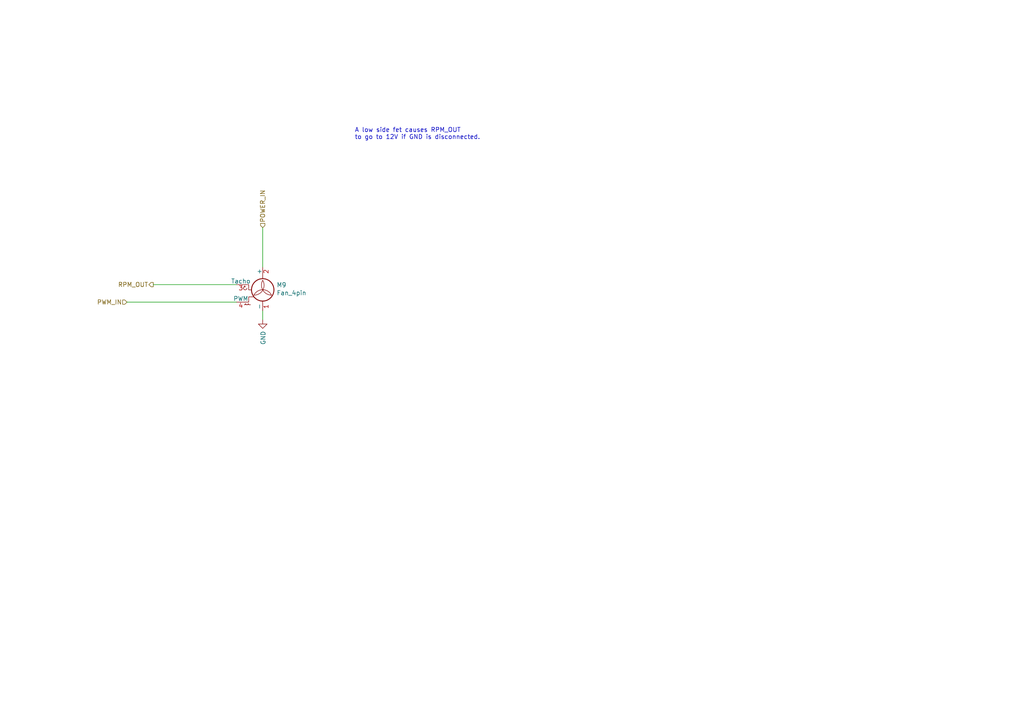
<source format=kicad_sch>
(kicad_sch (version 20211123) (generator eeschema)
  (paper "A4")
  (lib_symbols
    (symbol "Motor:Fan_4pin" (pin_names (offset 0))
      (property "Reference" "M" (at 2.54 5.08 0))
      (property "Value" "Fan_4pin" (at 2.54 -2.54 0))
      (symbol "Fan_4pin_0_0"
        (arc (start -5.588 1.524) (mid -5.08 1.016) (end -4.572 1.524))
        (arc (start -5.08 2.032) (mid -5.4392 1.8832) (end -5.588 1.524))
        (polyline (pts (xy -5.08 2.032) (xy -5.334 2.159)))
        (polyline (pts (xy -5.08 2.032) (xy -5.207 1.778)))
        (polyline (pts (xy -4.064 2.54) (xy -4.064 1.016) (xy -3.302 1.016)))
      )
      (symbol "Fan_4pin_0_1"
        (arc (start -2.54 -0.508) (mid -0.0014 0.9048) (end 0 3.81))
        (polyline (pts (xy -4.064 2.54) (xy -5.08 2.54)))
        (polyline (pts (xy 0 -5.08) (xy 0 -4.572)))
        (polyline (pts (xy 0 -2.2352) (xy 0 -2.6416)))
        (polyline (pts (xy 0 4.2672) (xy 0 4.6228)))
        (polyline (pts (xy 0 4.572) (xy 0 5.08)))
        (polyline (pts (xy -2.54 -1.016) (xy -4.064 -1.016) (xy -4.064 -2.54) (xy -5.08 -2.54)))
        (polyline (pts (xy -5.334 -3.302) (xy -5.08 -3.302) (xy -5.08 -3.048) (xy -4.826 -3.048) (xy -4.826 -3.302) (xy -4.318 -3.302) (xy -4.318 -3.048) (xy -4.064 -3.048) (xy -4.064 -3.302) (xy -3.556 -3.302)))
        (circle (center 0 1.016) (radius 3.2512) (stroke (width 0.254)))
        (arc (start 0 3.81) (mid 0.0468 0.9315) (end 2.54 -0.508))
        (arc (start 2.54 -0.508) (mid 0 1.0618) (end -2.54 -0.508))
      )
      (symbol "Fan_4pin_1_1"
        (pin passive line (at 0 -5.08 90) (length 2.54) (name "-") (number "1"))
        (pin passive line (at 0 7.62 270) (length 2.54) (name "+") (number "2"))
        (pin passive line (at -7.62 2.54 0) (length 2.54) (name "Tacho") (number "3"))
        (pin input line (at -7.62 -2.54 0) (length 2.54) (name "PWM") (number "4"))
      )
    )
    (symbol "power:GND" (power) (pin_names (offset 0))
      (property "Value" "GND" (at 0 -3.81 0))
      (symbol "GND_0_1"
        (polyline (pts (xy 0 0) (xy 0 -1.27) (xy 1.27 -1.27) (xy 0 -2.54) (xy -1.27 -1.27) (xy 0 -1.27)))
      )
      (symbol "GND_1_1"
        (pin power_in line (at 0 0 270) (length 0) hide (name "GND") (number "1"))
      )
    )
  )
  (wire (pts (xy 76.2 66.04) (xy 76.2 77.47)))
  (wire (pts (xy 44.45 82.55) (xy 68.58 82.55)))
  (wire (pts (xy 76.2 90.17) (xy 76.2 92.71)))
  (wire (pts (xy 36.83 87.63) (xy 68.58 87.63)))
  (text "A low side fet causes RPM_OUT \nto go to 12V if GND is disconnected." (at 102.87 40.64 0) (effects (font (size 1.27 1.27)) (justify left bottom)))
  (hierarchical_label "POWER_IN" (shape input) (at 76.2 66.04 90))
  (hierarchical_label "RPM_OUT" (shape output) (at 44.45 82.55 180))
  (hierarchical_label "PWM_IN" (shape input) (at 36.83 87.63 180))
  (symbol (lib_id "power:GND") (at 76.2 92.71 0)
    (property "Reference" "#PWR091" (effects hide))
    (property "Value" "GND" (at 76.327 95.9612 90) (effects (justify right)))
  )
  (symbol (lib_id "Motor:Fan_4pin") (at 76.2 85.09 0)
    (property "Reference" "M9" (at 80.2132 82.6516 0) (effects (justify left)))
    (property "Value" "Fan_4pin" (at 80.2132 84.963 0) (effects (justify left)))
    (property "Footprint" "Connector_PinHeader_2.54mm:PinHeader_1x04_P2.54mm_Horizontal" (effects hide))
    (property "Datasheet" "http://www.formfactors.org/developer%5Cspecs%5Crev1_2_public.pdf" (effects hide))
  )
)
</source>
